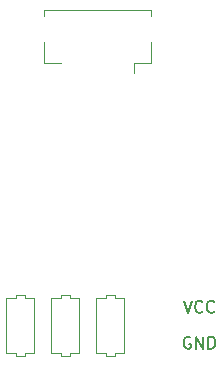
<source format=gbr>
%TF.GenerationSoftware,KiCad,Pcbnew,(5.1.9)-1*%
%TF.CreationDate,2022-05-31T00:47:07+01:00*%
%TF.ProjectId,board,626f6172-642e-46b6-9963-61645f706362,rev?*%
%TF.SameCoordinates,Original*%
%TF.FileFunction,Legend,Top*%
%TF.FilePolarity,Positive*%
%FSLAX46Y46*%
G04 Gerber Fmt 4.6, Leading zero omitted, Abs format (unit mm)*
G04 Created by KiCad (PCBNEW (5.1.9)-1) date 2022-05-31 00:47:07*
%MOMM*%
%LPD*%
G01*
G04 APERTURE LIST*
%ADD10C,0.150000*%
%ADD11C,0.120000*%
G04 APERTURE END LIST*
D10*
X120650095Y-128532000D02*
X120554857Y-128484380D01*
X120412000Y-128484380D01*
X120269142Y-128532000D01*
X120173904Y-128627238D01*
X120126285Y-128722476D01*
X120078666Y-128912952D01*
X120078666Y-129055809D01*
X120126285Y-129246285D01*
X120173904Y-129341523D01*
X120269142Y-129436761D01*
X120412000Y-129484380D01*
X120507238Y-129484380D01*
X120650095Y-129436761D01*
X120697714Y-129389142D01*
X120697714Y-129055809D01*
X120507238Y-129055809D01*
X121126285Y-129484380D02*
X121126285Y-128484380D01*
X121697714Y-129484380D01*
X121697714Y-128484380D01*
X122173904Y-129484380D02*
X122173904Y-128484380D01*
X122412000Y-128484380D01*
X122554857Y-128532000D01*
X122650095Y-128627238D01*
X122697714Y-128722476D01*
X122745333Y-128912952D01*
X122745333Y-129055809D01*
X122697714Y-129246285D01*
X122650095Y-129341523D01*
X122554857Y-129436761D01*
X122412000Y-129484380D01*
X122173904Y-129484380D01*
X120078666Y-125436380D02*
X120412000Y-126436380D01*
X120745333Y-125436380D01*
X121650095Y-126341142D02*
X121602476Y-126388761D01*
X121459619Y-126436380D01*
X121364380Y-126436380D01*
X121221523Y-126388761D01*
X121126285Y-126293523D01*
X121078666Y-126198285D01*
X121031047Y-126007809D01*
X121031047Y-125864952D01*
X121078666Y-125674476D01*
X121126285Y-125579238D01*
X121221523Y-125484000D01*
X121364380Y-125436380D01*
X121459619Y-125436380D01*
X121602476Y-125484000D01*
X121650095Y-125531619D01*
X122650095Y-126341142D02*
X122602476Y-126388761D01*
X122459619Y-126436380D01*
X122364380Y-126436380D01*
X122221523Y-126388761D01*
X122126285Y-126293523D01*
X122078666Y-126198285D01*
X122031047Y-126007809D01*
X122031047Y-125864952D01*
X122078666Y-125674476D01*
X122126285Y-125579238D01*
X122221523Y-125484000D01*
X122364380Y-125436380D01*
X122459619Y-125436380D01*
X122602476Y-125484000D01*
X122650095Y-125531619D01*
D11*
%TO.C,J4*%
X115050000Y-127528000D02*
X115050000Y-129878000D01*
X115050000Y-129878000D02*
X114300000Y-129878000D01*
X114300000Y-129878000D02*
X114300000Y-130078000D01*
X114300000Y-130078000D02*
X113500000Y-130078000D01*
X113500000Y-130078000D02*
X113500000Y-129878000D01*
X113500000Y-129878000D02*
X112650000Y-129878000D01*
X112650000Y-129878000D02*
X112650000Y-127528000D01*
X115050000Y-127528000D02*
X115050000Y-125178000D01*
X115050000Y-125178000D02*
X114300000Y-125178000D01*
X114300000Y-125178000D02*
X114300000Y-124978000D01*
X114300000Y-124978000D02*
X113500000Y-124978000D01*
X113500000Y-124978000D02*
X113500000Y-125178000D01*
X113500000Y-125178000D02*
X112650000Y-125178000D01*
X112650000Y-125178000D02*
X112650000Y-127528000D01*
%TO.C,J3*%
X111240000Y-127528000D02*
X111240000Y-129878000D01*
X111240000Y-129878000D02*
X110490000Y-129878000D01*
X110490000Y-129878000D02*
X110490000Y-130078000D01*
X110490000Y-130078000D02*
X109690000Y-130078000D01*
X109690000Y-130078000D02*
X109690000Y-129878000D01*
X109690000Y-129878000D02*
X108840000Y-129878000D01*
X108840000Y-129878000D02*
X108840000Y-127528000D01*
X111240000Y-127528000D02*
X111240000Y-125178000D01*
X111240000Y-125178000D02*
X110490000Y-125178000D01*
X110490000Y-125178000D02*
X110490000Y-124978000D01*
X110490000Y-124978000D02*
X109690000Y-124978000D01*
X109690000Y-124978000D02*
X109690000Y-125178000D01*
X109690000Y-125178000D02*
X108840000Y-125178000D01*
X108840000Y-125178000D02*
X108840000Y-127528000D01*
%TO.C,J2*%
X107430000Y-127528000D02*
X107430000Y-129878000D01*
X107430000Y-129878000D02*
X106680000Y-129878000D01*
X106680000Y-129878000D02*
X106680000Y-130078000D01*
X106680000Y-130078000D02*
X105880000Y-130078000D01*
X105880000Y-130078000D02*
X105880000Y-129878000D01*
X105880000Y-129878000D02*
X105030000Y-129878000D01*
X105030000Y-129878000D02*
X105030000Y-127528000D01*
X107430000Y-127528000D02*
X107430000Y-125178000D01*
X107430000Y-125178000D02*
X106680000Y-125178000D01*
X106680000Y-125178000D02*
X106680000Y-124978000D01*
X106680000Y-124978000D02*
X105880000Y-124978000D01*
X105880000Y-124978000D02*
X105880000Y-125178000D01*
X105880000Y-125178000D02*
X105030000Y-125178000D01*
X105030000Y-125178000D02*
X105030000Y-127528000D01*
%TO.C,J1*%
X117286000Y-103546000D02*
X117286000Y-105296000D01*
X117286000Y-105296000D02*
X115836000Y-105296000D01*
X115836000Y-105296000D02*
X115836000Y-106186000D01*
X108266000Y-103546000D02*
X108266000Y-105296000D01*
X108266000Y-105296000D02*
X109716000Y-105296000D01*
X117286000Y-101326000D02*
X117286000Y-100776000D01*
X117286000Y-100776000D02*
X108266000Y-100776000D01*
X108266000Y-100776000D02*
X108266000Y-101326000D01*
%TD*%
M02*

</source>
